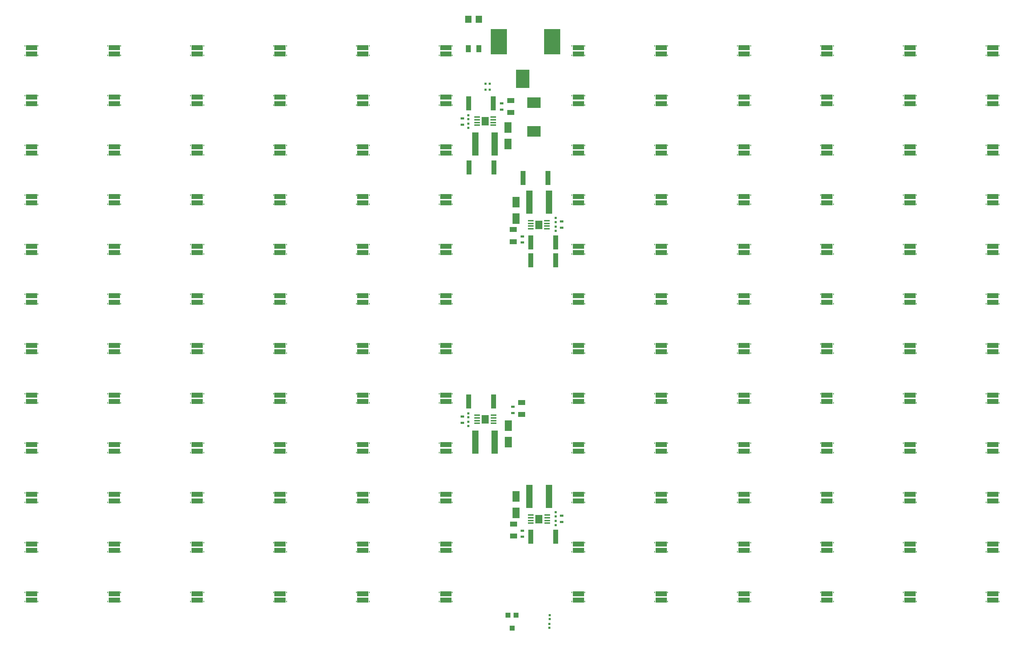
<source format=gtp>
%FSLAX25Y25*%
%MOIN*%
G70*
G01*
G75*
G04 Layer_Color=8421504*
%ADD10C,0.00591*%
%ADD11R,0.11024X0.04921*%
%ADD12R,0.01378X0.02165*%
%ADD13R,0.12992X0.17323*%
%ADD14R,0.15354X0.24410*%
%ADD15R,0.04724X0.07087*%
%ADD16R,0.05906X0.07087*%
%ADD17R,0.04724X0.04724*%
%ADD18R,0.04724X0.13386*%
%ADD19R,0.01969X0.02362*%
%ADD20R,0.06693X0.09843*%
%ADD21R,0.06890X0.04724*%
%ADD22R,0.03543X0.02362*%
%ADD23R,0.06693X0.07874*%
%ADD24R,0.05315X0.01772*%
%ADD25R,0.06299X0.22441*%
%ADD26R,0.02362X0.01969*%
%ADD27R,0.12992X0.09843*%
%ADD28C,0.01772*%
%ADD29C,0.00100*%
%ADD30C,0.15748*%
%ADD31C,0.07874*%
%ADD32C,0.00984*%
%ADD33C,0.00787*%
%ADD34C,0.01000*%
%ADD35R,0.10630X0.04528*%
%ADD36R,0.00984X0.01772*%
D13*
X10138Y233071D02*
D03*
D14*
X38091Y268307D02*
D03*
X-12697D02*
D03*
D15*
X-31594Y261910D02*
D03*
X-41437D02*
D03*
D16*
X-31594Y289862D02*
D03*
X-41437D02*
D03*
D17*
X-0Y-289567D02*
D03*
X-3937Y-277362D02*
D03*
X3937D02*
D03*
D18*
X10433Y138681D02*
D03*
X34055D02*
D03*
X-41361Y209679D02*
D03*
X-17739D02*
D03*
X17717Y77362D02*
D03*
X41339D02*
D03*
X-41335Y-73976D02*
D03*
X-17713D02*
D03*
X17739Y-202691D02*
D03*
X41361D02*
D03*
X-40748Y148819D02*
D03*
X-17126D02*
D03*
X17717Y60532D02*
D03*
X41339D02*
D03*
D19*
X-25197Y228445D02*
D03*
X-21260D02*
D03*
X-25197Y222638D02*
D03*
X-21260D02*
D03*
D20*
X3744Y-164157D02*
D03*
Y-179905D02*
D03*
X-3718Y-112509D02*
D03*
Y-96761D02*
D03*
X3721Y115895D02*
D03*
Y100147D02*
D03*
X-3744Y171146D02*
D03*
Y186894D02*
D03*
D21*
X1283Y-201840D02*
D03*
Y-190423D02*
D03*
X9274Y-74826D02*
D03*
Y-86243D02*
D03*
X1261Y78213D02*
D03*
Y89630D02*
D03*
X-1280Y212402D02*
D03*
Y200984D02*
D03*
D22*
X9865Y-202691D02*
D03*
Y-196785D02*
D03*
X47244Y-182579D02*
D03*
Y-188484D02*
D03*
X689Y-79035D02*
D03*
Y-84941D02*
D03*
X-47218Y-94087D02*
D03*
Y-88182D02*
D03*
X9843Y77362D02*
D03*
Y83268D02*
D03*
X47221Y97474D02*
D03*
Y91568D02*
D03*
X-9865Y209679D02*
D03*
Y203773D02*
D03*
X-47244Y189567D02*
D03*
Y195472D02*
D03*
D23*
X25518Y-185820D02*
D03*
X-25492Y-90846D02*
D03*
X25495Y94233D02*
D03*
X-25518Y192808D02*
D03*
D24*
X17742Y-181981D02*
D03*
Y-184540D02*
D03*
Y-187099D02*
D03*
Y-189658D02*
D03*
X33294Y-181981D02*
D03*
Y-184540D02*
D03*
Y-187099D02*
D03*
Y-189658D02*
D03*
X-17717Y-94685D02*
D03*
Y-92126D02*
D03*
Y-89567D02*
D03*
Y-87008D02*
D03*
X-33268Y-94685D02*
D03*
Y-92126D02*
D03*
Y-89567D02*
D03*
Y-87008D02*
D03*
X17720Y98072D02*
D03*
Y95513D02*
D03*
Y92953D02*
D03*
Y90395D02*
D03*
X33271Y98072D02*
D03*
Y95513D02*
D03*
Y92953D02*
D03*
Y90395D02*
D03*
X-17742Y188969D02*
D03*
Y191528D02*
D03*
Y194087D02*
D03*
Y196646D02*
D03*
X-33294Y188969D02*
D03*
Y191528D02*
D03*
Y194087D02*
D03*
Y196646D02*
D03*
D25*
X34967Y-164166D02*
D03*
X16463D02*
D03*
X-34941Y-112500D02*
D03*
X-16437D02*
D03*
X34944Y115887D02*
D03*
X16440D02*
D03*
X-34967Y171154D02*
D03*
X-16463D02*
D03*
D26*
X41444Y-179363D02*
D03*
Y-183300D02*
D03*
Y-187663D02*
D03*
Y-191600D02*
D03*
X-41418Y-97303D02*
D03*
Y-93366D02*
D03*
Y-89003D02*
D03*
Y-85066D02*
D03*
X41421Y100690D02*
D03*
Y96753D02*
D03*
Y92390D02*
D03*
Y88453D02*
D03*
X-41444Y186351D02*
D03*
Y190288D02*
D03*
Y194651D02*
D03*
Y198588D02*
D03*
X35531Y-289370D02*
D03*
Y-285433D02*
D03*
X35630Y-277067D02*
D03*
Y-281004D02*
D03*
D27*
X20768Y210433D02*
D03*
Y183268D02*
D03*
D35*
X456693Y-26673D02*
D03*
Y-20571D02*
D03*
X-456693Y-256791D02*
D03*
Y-262894D02*
D03*
X456693Y256791D02*
D03*
Y262894D02*
D03*
X-456693Y26673D02*
D03*
Y20571D02*
D03*
X456693Y-73917D02*
D03*
Y-67815D02*
D03*
X-456693Y-209547D02*
D03*
Y-215650D02*
D03*
X456693Y209547D02*
D03*
Y215650D02*
D03*
X-456693Y73917D02*
D03*
Y67815D02*
D03*
X456693Y-121161D02*
D03*
Y-115059D02*
D03*
X-456693Y-162303D02*
D03*
Y-168405D02*
D03*
X456693Y162303D02*
D03*
Y168405D02*
D03*
X-456693Y121161D02*
D03*
Y115059D02*
D03*
X456693Y-168405D02*
D03*
Y-162303D02*
D03*
X-456693Y-115059D02*
D03*
Y-121161D02*
D03*
X456693Y115059D02*
D03*
Y121161D02*
D03*
X-456693Y168405D02*
D03*
Y162303D02*
D03*
X456693Y-215650D02*
D03*
Y-209547D02*
D03*
X-456693Y-67815D02*
D03*
Y-73917D02*
D03*
X456693Y67815D02*
D03*
Y73917D02*
D03*
X-456693Y215650D02*
D03*
Y209547D02*
D03*
X456693Y-262894D02*
D03*
Y-256791D02*
D03*
X-456693Y-20571D02*
D03*
Y-26673D02*
D03*
X456693Y20571D02*
D03*
Y26673D02*
D03*
X-456693Y262894D02*
D03*
Y256791D02*
D03*
X377953Y-26673D02*
D03*
Y-20571D02*
D03*
X-377953Y-256791D02*
D03*
Y-262894D02*
D03*
X377953Y256791D02*
D03*
Y262894D02*
D03*
X-377953Y26673D02*
D03*
Y20571D02*
D03*
X377953Y-73917D02*
D03*
Y-67815D02*
D03*
X-377953Y-209547D02*
D03*
Y-215650D02*
D03*
X377953Y209547D02*
D03*
Y215650D02*
D03*
X-377953Y73917D02*
D03*
Y67815D02*
D03*
X377953Y-121161D02*
D03*
Y-115059D02*
D03*
X-377953Y-162303D02*
D03*
Y-168405D02*
D03*
X377953Y162303D02*
D03*
Y168405D02*
D03*
X-377953Y121161D02*
D03*
Y115059D02*
D03*
X377953Y-168405D02*
D03*
Y-162303D02*
D03*
X-377953Y-115059D02*
D03*
Y-121161D02*
D03*
X377953Y115059D02*
D03*
Y121161D02*
D03*
X-377953Y168405D02*
D03*
Y162303D02*
D03*
X377953Y-215650D02*
D03*
Y-209547D02*
D03*
X-377953Y-67815D02*
D03*
Y-73917D02*
D03*
X377953Y67815D02*
D03*
Y73917D02*
D03*
X-377953Y215650D02*
D03*
Y209547D02*
D03*
X377953Y-262894D02*
D03*
Y-256791D02*
D03*
X-377953Y-20571D02*
D03*
Y-26673D02*
D03*
X377953Y20571D02*
D03*
Y26673D02*
D03*
X-377953Y262894D02*
D03*
Y256791D02*
D03*
X299213Y-26673D02*
D03*
Y-20571D02*
D03*
X-299213Y-256791D02*
D03*
Y-262894D02*
D03*
X299213Y256791D02*
D03*
Y262894D02*
D03*
X-299213Y26673D02*
D03*
Y20571D02*
D03*
X299213Y-73917D02*
D03*
Y-67815D02*
D03*
X-299213Y-209547D02*
D03*
Y-215650D02*
D03*
X299213Y209547D02*
D03*
Y215650D02*
D03*
X-299213Y73917D02*
D03*
Y67815D02*
D03*
X299213Y-121161D02*
D03*
Y-115059D02*
D03*
X-299213Y-162303D02*
D03*
Y-168405D02*
D03*
X299213Y162303D02*
D03*
Y168405D02*
D03*
X-299213Y121161D02*
D03*
Y115059D02*
D03*
X299213Y-168405D02*
D03*
Y-162303D02*
D03*
X-299213Y-115059D02*
D03*
Y-121161D02*
D03*
X299213Y115059D02*
D03*
Y121161D02*
D03*
X-299213Y168405D02*
D03*
Y162303D02*
D03*
X299213Y-215650D02*
D03*
Y-209547D02*
D03*
X-299213Y-67815D02*
D03*
Y-73917D02*
D03*
X299213Y67815D02*
D03*
Y73917D02*
D03*
X-299213Y215650D02*
D03*
Y209547D02*
D03*
X299213Y-262894D02*
D03*
Y-256791D02*
D03*
X-299213Y-20571D02*
D03*
Y-26673D02*
D03*
X299213Y20571D02*
D03*
Y26673D02*
D03*
X-299213Y262894D02*
D03*
Y256791D02*
D03*
X220472Y-26673D02*
D03*
Y-20571D02*
D03*
X-220472Y-256791D02*
D03*
Y-262894D02*
D03*
X220472Y256791D02*
D03*
Y262894D02*
D03*
X-220472Y26673D02*
D03*
Y20571D02*
D03*
X220472Y-73917D02*
D03*
Y-67815D02*
D03*
X-220472Y-209547D02*
D03*
Y-215650D02*
D03*
X220472Y209547D02*
D03*
Y215650D02*
D03*
X-220472Y73917D02*
D03*
Y67815D02*
D03*
X220472Y-121161D02*
D03*
Y-115059D02*
D03*
X-220472Y-162303D02*
D03*
Y-168405D02*
D03*
X220472Y162303D02*
D03*
Y168405D02*
D03*
X-220472Y121161D02*
D03*
Y115059D02*
D03*
X220472Y-168405D02*
D03*
Y-162303D02*
D03*
X-220472Y-115059D02*
D03*
Y-121161D02*
D03*
X220472Y115059D02*
D03*
Y121161D02*
D03*
X-220472Y168405D02*
D03*
Y162303D02*
D03*
X220472Y-215650D02*
D03*
Y-209547D02*
D03*
X-220472Y-67815D02*
D03*
Y-73917D02*
D03*
X220472Y67815D02*
D03*
Y73917D02*
D03*
X-220472Y215650D02*
D03*
Y209547D02*
D03*
X220472Y-262894D02*
D03*
Y-256791D02*
D03*
X-220472Y-20571D02*
D03*
Y-26673D02*
D03*
X220472Y20571D02*
D03*
Y26673D02*
D03*
X-220472Y262894D02*
D03*
Y256791D02*
D03*
X141732Y-26673D02*
D03*
Y-20571D02*
D03*
X-141732Y-256791D02*
D03*
Y-262894D02*
D03*
X141732Y256791D02*
D03*
Y262894D02*
D03*
X-141732Y26673D02*
D03*
Y20571D02*
D03*
X141732Y-73917D02*
D03*
Y-67815D02*
D03*
X-141732Y-209547D02*
D03*
Y-215650D02*
D03*
X141732Y209547D02*
D03*
Y215650D02*
D03*
X-141732Y73917D02*
D03*
Y67815D02*
D03*
X141732Y-121161D02*
D03*
Y-115059D02*
D03*
X-141732Y-162303D02*
D03*
Y-168405D02*
D03*
X141732Y162303D02*
D03*
Y168405D02*
D03*
X-141732Y121161D02*
D03*
Y115059D02*
D03*
X141732Y-168405D02*
D03*
Y-162303D02*
D03*
X-141732Y-115059D02*
D03*
Y-121161D02*
D03*
X141732Y115059D02*
D03*
Y121161D02*
D03*
X-141732Y168405D02*
D03*
Y162303D02*
D03*
X141732Y-215650D02*
D03*
Y-209547D02*
D03*
X-141732Y-67815D02*
D03*
Y-73917D02*
D03*
X141732Y67815D02*
D03*
Y73917D02*
D03*
X-141732Y215650D02*
D03*
Y209547D02*
D03*
X141732Y-262894D02*
D03*
Y-256791D02*
D03*
X-141732Y-20571D02*
D03*
Y-26673D02*
D03*
X141732Y20571D02*
D03*
Y26673D02*
D03*
X-141732Y262894D02*
D03*
Y256791D02*
D03*
X62992Y-26673D02*
D03*
Y-20571D02*
D03*
X-62992Y-256791D02*
D03*
Y-262894D02*
D03*
X62992Y256791D02*
D03*
Y262894D02*
D03*
X-62992Y26673D02*
D03*
Y20571D02*
D03*
X62992Y-73917D02*
D03*
Y-67815D02*
D03*
X-62992Y-209547D02*
D03*
Y-215650D02*
D03*
X62992Y209547D02*
D03*
Y215650D02*
D03*
X-62992Y73917D02*
D03*
Y67815D02*
D03*
X62992Y-121161D02*
D03*
Y-115059D02*
D03*
X-62992Y-162303D02*
D03*
Y-168405D02*
D03*
X62992Y162303D02*
D03*
Y168405D02*
D03*
X-62992Y121161D02*
D03*
Y115059D02*
D03*
X62992Y-168405D02*
D03*
Y-162303D02*
D03*
X-62992Y-115059D02*
D03*
Y-121161D02*
D03*
X62992Y115059D02*
D03*
Y121161D02*
D03*
X-62992Y168405D02*
D03*
Y162303D02*
D03*
X62992Y-215650D02*
D03*
Y-209547D02*
D03*
X-62992Y-67815D02*
D03*
Y-73917D02*
D03*
X62992Y67815D02*
D03*
Y73917D02*
D03*
X-62992Y215650D02*
D03*
Y209547D02*
D03*
X62992Y-262894D02*
D03*
Y-256791D02*
D03*
X-62992Y-20571D02*
D03*
Y-26673D02*
D03*
X62992Y20571D02*
D03*
Y26673D02*
D03*
X-62992Y262894D02*
D03*
Y256791D02*
D03*
D36*
X462894Y-28051D02*
D03*
X450492D02*
D03*
X462894Y-19193D02*
D03*
X450492D02*
D03*
X-462894Y-255413D02*
D03*
X-450492D02*
D03*
X-462894Y-264272D02*
D03*
X-450492D02*
D03*
X462894Y255413D02*
D03*
X450492D02*
D03*
X462894Y264272D02*
D03*
X450492D02*
D03*
X-462894Y28051D02*
D03*
X-450492D02*
D03*
X-462894Y19193D02*
D03*
X-450492D02*
D03*
X462894Y-75295D02*
D03*
X450492D02*
D03*
X462894Y-66437D02*
D03*
X450492D02*
D03*
X-462894Y-208169D02*
D03*
X-450492D02*
D03*
X-462894Y-217027D02*
D03*
X-450492D02*
D03*
X462894Y208169D02*
D03*
X450492D02*
D03*
X462894Y217027D02*
D03*
X450492D02*
D03*
X-462894Y75295D02*
D03*
X-450492D02*
D03*
X-462894Y66437D02*
D03*
X-450492D02*
D03*
X462894Y-122539D02*
D03*
X450492D02*
D03*
X462894Y-113681D02*
D03*
X450492D02*
D03*
X-462894Y-160925D02*
D03*
X-450492D02*
D03*
X-462894Y-169783D02*
D03*
X-450492D02*
D03*
X462894Y160925D02*
D03*
X450492D02*
D03*
X462894Y169783D02*
D03*
X450492D02*
D03*
X-462894Y122539D02*
D03*
X-450492D02*
D03*
X-462894Y113681D02*
D03*
X-450492D02*
D03*
X462894Y-169783D02*
D03*
X450492D02*
D03*
X462894Y-160925D02*
D03*
X450492D02*
D03*
X-462894Y-113681D02*
D03*
X-450492D02*
D03*
X-462894Y-122539D02*
D03*
X-450492D02*
D03*
X462894Y113681D02*
D03*
X450492D02*
D03*
X462894Y122539D02*
D03*
X450492D02*
D03*
X-462894Y169783D02*
D03*
X-450492D02*
D03*
X-462894Y160925D02*
D03*
X-450492D02*
D03*
X462894Y-217028D02*
D03*
X450492D02*
D03*
X462894Y-208169D02*
D03*
X450492D02*
D03*
X-462894Y-66437D02*
D03*
X-450492D02*
D03*
X-462894Y-75295D02*
D03*
X-450492D02*
D03*
X462894Y66437D02*
D03*
X450492D02*
D03*
X462894Y75295D02*
D03*
X450492D02*
D03*
X-462894Y217028D02*
D03*
X-450492D02*
D03*
X-462894Y208169D02*
D03*
X-450492D02*
D03*
X462894Y-264272D02*
D03*
X450492D02*
D03*
X462894Y-255413D02*
D03*
X450492D02*
D03*
X-462894Y-19193D02*
D03*
X-450492D02*
D03*
X-462894Y-28051D02*
D03*
X-450492D02*
D03*
X462894Y19193D02*
D03*
X450492D02*
D03*
X462894Y28051D02*
D03*
X450492D02*
D03*
X-462894Y264272D02*
D03*
X-450492D02*
D03*
X-462894Y255413D02*
D03*
X-450492D02*
D03*
X384154Y-28051D02*
D03*
X371752D02*
D03*
X384154Y-19193D02*
D03*
X371752D02*
D03*
X-384154Y-255413D02*
D03*
X-371752D02*
D03*
X-384154Y-264272D02*
D03*
X-371752D02*
D03*
X384154Y255413D02*
D03*
X371752D02*
D03*
X384154Y264272D02*
D03*
X371752D02*
D03*
X-384154Y28051D02*
D03*
X-371752D02*
D03*
X-384154Y19193D02*
D03*
X-371752D02*
D03*
X384154Y-75295D02*
D03*
X371752D02*
D03*
X384154Y-66437D02*
D03*
X371752D02*
D03*
X-384154Y-208169D02*
D03*
X-371752D02*
D03*
X-384154Y-217027D02*
D03*
X-371752D02*
D03*
X384154Y208169D02*
D03*
X371752D02*
D03*
X384154Y217027D02*
D03*
X371752D02*
D03*
X-384154Y75295D02*
D03*
X-371752D02*
D03*
X-384154Y66437D02*
D03*
X-371752D02*
D03*
X384154Y-122539D02*
D03*
X371752D02*
D03*
X384154Y-113681D02*
D03*
X371752D02*
D03*
X-384154Y-160925D02*
D03*
X-371752D02*
D03*
X-384154Y-169783D02*
D03*
X-371752D02*
D03*
X384154Y160925D02*
D03*
X371752D02*
D03*
X384154Y169783D02*
D03*
X371752D02*
D03*
X-384154Y122539D02*
D03*
X-371752D02*
D03*
X-384154Y113681D02*
D03*
X-371752D02*
D03*
X384154Y-169783D02*
D03*
X371752D02*
D03*
X384154Y-160925D02*
D03*
X371752D02*
D03*
X-384154Y-113681D02*
D03*
X-371752D02*
D03*
X-384154Y-122539D02*
D03*
X-371752D02*
D03*
X384154Y113681D02*
D03*
X371752D02*
D03*
X384154Y122539D02*
D03*
X371752D02*
D03*
X-384154Y169783D02*
D03*
X-371752D02*
D03*
X-384154Y160925D02*
D03*
X-371752D02*
D03*
X384154Y-217028D02*
D03*
X371752D02*
D03*
X384154Y-208169D02*
D03*
X371752D02*
D03*
X-384154Y-66437D02*
D03*
X-371752D02*
D03*
X-384154Y-75295D02*
D03*
X-371752D02*
D03*
X384154Y66437D02*
D03*
X371752D02*
D03*
X384154Y75295D02*
D03*
X371752D02*
D03*
X-384154Y217028D02*
D03*
X-371752D02*
D03*
X-384154Y208169D02*
D03*
X-371752D02*
D03*
X384154Y-264272D02*
D03*
X371752D02*
D03*
X384154Y-255413D02*
D03*
X371752D02*
D03*
X-384154Y-19193D02*
D03*
X-371752D02*
D03*
X-384154Y-28051D02*
D03*
X-371752D02*
D03*
X384154Y19193D02*
D03*
X371752D02*
D03*
X384154Y28051D02*
D03*
X371752D02*
D03*
X-384154Y264272D02*
D03*
X-371752D02*
D03*
X-384154Y255413D02*
D03*
X-371752D02*
D03*
X305413Y-28051D02*
D03*
X293012D02*
D03*
X305413Y-19193D02*
D03*
X293012D02*
D03*
X-305413Y-255413D02*
D03*
X-293012D02*
D03*
X-305413Y-264272D02*
D03*
X-293012D02*
D03*
X305413Y255413D02*
D03*
X293012D02*
D03*
X305413Y264272D02*
D03*
X293012D02*
D03*
X-305413Y28051D02*
D03*
X-293012D02*
D03*
X-305413Y19193D02*
D03*
X-293012D02*
D03*
X305413Y-75295D02*
D03*
X293012D02*
D03*
X305413Y-66437D02*
D03*
X293012D02*
D03*
X-305413Y-208169D02*
D03*
X-293012D02*
D03*
X-305413Y-217027D02*
D03*
X-293012D02*
D03*
X305413Y208169D02*
D03*
X293012D02*
D03*
X305413Y217027D02*
D03*
X293012D02*
D03*
X-305413Y75295D02*
D03*
X-293012D02*
D03*
X-305413Y66437D02*
D03*
X-293012D02*
D03*
X305413Y-122539D02*
D03*
X293012D02*
D03*
X305413Y-113681D02*
D03*
X293012D02*
D03*
X-305413Y-160925D02*
D03*
X-293012D02*
D03*
X-305413Y-169783D02*
D03*
X-293012D02*
D03*
X305413Y160925D02*
D03*
X293012D02*
D03*
X305413Y169783D02*
D03*
X293012D02*
D03*
X-305413Y122539D02*
D03*
X-293012D02*
D03*
X-305413Y113681D02*
D03*
X-293012D02*
D03*
X305413Y-169783D02*
D03*
X293012D02*
D03*
X305413Y-160925D02*
D03*
X293012D02*
D03*
X-305413Y-113681D02*
D03*
X-293012D02*
D03*
X-305413Y-122539D02*
D03*
X-293012D02*
D03*
X305413Y113681D02*
D03*
X293012D02*
D03*
X305413Y122539D02*
D03*
X293012D02*
D03*
X-305413Y169783D02*
D03*
X-293012D02*
D03*
X-305413Y160925D02*
D03*
X-293012D02*
D03*
X305413Y-217028D02*
D03*
X293012D02*
D03*
X305413Y-208169D02*
D03*
X293012D02*
D03*
X-305413Y-66437D02*
D03*
X-293012D02*
D03*
X-305413Y-75295D02*
D03*
X-293012D02*
D03*
X305413Y66437D02*
D03*
X293012D02*
D03*
X305413Y75295D02*
D03*
X293012D02*
D03*
X-305413Y217028D02*
D03*
X-293012D02*
D03*
X-305413Y208169D02*
D03*
X-293012D02*
D03*
X305413Y-264272D02*
D03*
X293012D02*
D03*
X305413Y-255413D02*
D03*
X293012D02*
D03*
X-305413Y-19193D02*
D03*
X-293012D02*
D03*
X-305413Y-28051D02*
D03*
X-293012D02*
D03*
X305413Y19193D02*
D03*
X293012D02*
D03*
X305413Y28051D02*
D03*
X293012D02*
D03*
X-305413Y264272D02*
D03*
X-293012D02*
D03*
X-305413Y255413D02*
D03*
X-293012D02*
D03*
X226673Y-28051D02*
D03*
X214272D02*
D03*
X226673Y-19193D02*
D03*
X214272D02*
D03*
X-226673Y-255413D02*
D03*
X-214272D02*
D03*
X-226673Y-264272D02*
D03*
X-214272D02*
D03*
X226673Y255413D02*
D03*
X214272D02*
D03*
X226673Y264272D02*
D03*
X214272D02*
D03*
X-226673Y28051D02*
D03*
X-214272D02*
D03*
X-226673Y19193D02*
D03*
X-214272D02*
D03*
X226673Y-75295D02*
D03*
X214272D02*
D03*
X226673Y-66437D02*
D03*
X214272D02*
D03*
X-226673Y-208169D02*
D03*
X-214272D02*
D03*
X-226673Y-217027D02*
D03*
X-214272D02*
D03*
X226673Y208169D02*
D03*
X214272D02*
D03*
X226673Y217027D02*
D03*
X214272D02*
D03*
X-226673Y75295D02*
D03*
X-214272D02*
D03*
X-226673Y66437D02*
D03*
X-214272D02*
D03*
X226673Y-122539D02*
D03*
X214272D02*
D03*
X226673Y-113681D02*
D03*
X214272D02*
D03*
X-226673Y-160925D02*
D03*
X-214272D02*
D03*
X-226673Y-169783D02*
D03*
X-214272D02*
D03*
X226673Y160925D02*
D03*
X214272D02*
D03*
X226673Y169783D02*
D03*
X214272D02*
D03*
X-226673Y122539D02*
D03*
X-214272D02*
D03*
X-226673Y113681D02*
D03*
X-214272D02*
D03*
X226673Y-169783D02*
D03*
X214272D02*
D03*
X226673Y-160925D02*
D03*
X214272D02*
D03*
X-226673Y-113681D02*
D03*
X-214272D02*
D03*
X-226673Y-122539D02*
D03*
X-214272D02*
D03*
X226673Y113681D02*
D03*
X214272D02*
D03*
X226673Y122539D02*
D03*
X214272D02*
D03*
X-226673Y169783D02*
D03*
X-214272D02*
D03*
X-226673Y160925D02*
D03*
X-214272D02*
D03*
X226673Y-217028D02*
D03*
X214272D02*
D03*
X226673Y-208169D02*
D03*
X214272D02*
D03*
X-226673Y-66437D02*
D03*
X-214272D02*
D03*
X-226673Y-75295D02*
D03*
X-214272D02*
D03*
X226673Y66437D02*
D03*
X214272D02*
D03*
X226673Y75295D02*
D03*
X214272D02*
D03*
X-226673Y217028D02*
D03*
X-214272D02*
D03*
X-226673Y208169D02*
D03*
X-214272D02*
D03*
X226673Y-264272D02*
D03*
X214272D02*
D03*
X226673Y-255413D02*
D03*
X214272D02*
D03*
X-226673Y-19193D02*
D03*
X-214272D02*
D03*
X-226673Y-28051D02*
D03*
X-214272D02*
D03*
X226673Y19193D02*
D03*
X214272D02*
D03*
X226673Y28051D02*
D03*
X214272D02*
D03*
X-226673Y264272D02*
D03*
X-214272D02*
D03*
X-226673Y255413D02*
D03*
X-214272D02*
D03*
X147933Y-28051D02*
D03*
X135531D02*
D03*
X147933Y-19193D02*
D03*
X135531D02*
D03*
X-147933Y-255413D02*
D03*
X-135531D02*
D03*
X-147933Y-264272D02*
D03*
X-135531D02*
D03*
X147933Y255413D02*
D03*
X135531D02*
D03*
X147933Y264272D02*
D03*
X135531D02*
D03*
X-147933Y28051D02*
D03*
X-135531D02*
D03*
X-147933Y19193D02*
D03*
X-135531D02*
D03*
X147933Y-75295D02*
D03*
X135531D02*
D03*
X147933Y-66437D02*
D03*
X135531D02*
D03*
X-147933Y-208169D02*
D03*
X-135531D02*
D03*
X-147933Y-217027D02*
D03*
X-135531D02*
D03*
X147933Y208169D02*
D03*
X135531D02*
D03*
X147933Y217027D02*
D03*
X135531D02*
D03*
X-147933Y75295D02*
D03*
X-135531D02*
D03*
X-147933Y66437D02*
D03*
X-135531D02*
D03*
X147933Y-122539D02*
D03*
X135531D02*
D03*
X147933Y-113681D02*
D03*
X135531D02*
D03*
X-147933Y-160925D02*
D03*
X-135531D02*
D03*
X-147933Y-169783D02*
D03*
X-135531D02*
D03*
X147933Y160925D02*
D03*
X135531D02*
D03*
X147933Y169783D02*
D03*
X135531D02*
D03*
X-147933Y122539D02*
D03*
X-135531D02*
D03*
X-147933Y113681D02*
D03*
X-135531D02*
D03*
X147933Y-169783D02*
D03*
X135531D02*
D03*
X147933Y-160925D02*
D03*
X135531D02*
D03*
X-147933Y-113681D02*
D03*
X-135531D02*
D03*
X-147933Y-122539D02*
D03*
X-135531D02*
D03*
X147933Y113681D02*
D03*
X135531D02*
D03*
X147933Y122539D02*
D03*
X135531D02*
D03*
X-147933Y169783D02*
D03*
X-135531D02*
D03*
X-147933Y160925D02*
D03*
X-135531D02*
D03*
X147933Y-217028D02*
D03*
X135531D02*
D03*
X147933Y-208169D02*
D03*
X135531D02*
D03*
X-147933Y-66437D02*
D03*
X-135531D02*
D03*
X-147933Y-75295D02*
D03*
X-135531D02*
D03*
X147933Y66437D02*
D03*
X135531D02*
D03*
X147933Y75295D02*
D03*
X135531D02*
D03*
X-147933Y217028D02*
D03*
X-135531D02*
D03*
X-147933Y208169D02*
D03*
X-135531D02*
D03*
X147933Y-264272D02*
D03*
X135531D02*
D03*
X147933Y-255413D02*
D03*
X135531D02*
D03*
X-147933Y-19193D02*
D03*
X-135531D02*
D03*
X-147933Y-28051D02*
D03*
X-135531D02*
D03*
X147933Y19193D02*
D03*
X135531D02*
D03*
X147933Y28051D02*
D03*
X135531D02*
D03*
X-147933Y264272D02*
D03*
X-135531D02*
D03*
X-147933Y255413D02*
D03*
X-135531D02*
D03*
X69193Y-28051D02*
D03*
X56791D02*
D03*
X69193Y-19193D02*
D03*
X56791D02*
D03*
X-69193Y-255413D02*
D03*
X-56791D02*
D03*
X-69193Y-264272D02*
D03*
X-56791D02*
D03*
X69193Y255413D02*
D03*
X56791D02*
D03*
X69193Y264272D02*
D03*
X56791D02*
D03*
X-69193Y28051D02*
D03*
X-56791D02*
D03*
X-69193Y19193D02*
D03*
X-56791D02*
D03*
X69193Y-75295D02*
D03*
X56791D02*
D03*
X69193Y-66437D02*
D03*
X56791D02*
D03*
X-69193Y-208169D02*
D03*
X-56791D02*
D03*
X-69193Y-217027D02*
D03*
X-56791D02*
D03*
X69193Y208169D02*
D03*
X56791D02*
D03*
X69193Y217027D02*
D03*
X56791D02*
D03*
X-69193Y75295D02*
D03*
X-56791D02*
D03*
X-69193Y66437D02*
D03*
X-56791D02*
D03*
X69193Y-122539D02*
D03*
X56791D02*
D03*
X69193Y-113681D02*
D03*
X56791D02*
D03*
X-69193Y-160925D02*
D03*
X-56791D02*
D03*
X-69193Y-169783D02*
D03*
X-56791D02*
D03*
X69193Y160925D02*
D03*
X56791D02*
D03*
X69193Y169783D02*
D03*
X56791D02*
D03*
X-69193Y122539D02*
D03*
X-56791D02*
D03*
X-69193Y113681D02*
D03*
X-56791D02*
D03*
X69193Y-169783D02*
D03*
X56791D02*
D03*
X69193Y-160925D02*
D03*
X56791D02*
D03*
X-69193Y-113681D02*
D03*
X-56791D02*
D03*
X-69193Y-122539D02*
D03*
X-56791D02*
D03*
X69193Y113681D02*
D03*
X56791D02*
D03*
X69193Y122539D02*
D03*
X56791D02*
D03*
X-69193Y169783D02*
D03*
X-56791D02*
D03*
X-69193Y160925D02*
D03*
X-56791D02*
D03*
X69193Y-217028D02*
D03*
X56791D02*
D03*
X69193Y-208169D02*
D03*
X56791D02*
D03*
X-69193Y-66437D02*
D03*
X-56791D02*
D03*
X-69193Y-75295D02*
D03*
X-56791D02*
D03*
X69193Y66437D02*
D03*
X56791D02*
D03*
X69193Y75295D02*
D03*
X56791D02*
D03*
X-69193Y217028D02*
D03*
X-56791D02*
D03*
X-69193Y208169D02*
D03*
X-56791D02*
D03*
X69193Y-264272D02*
D03*
X56791D02*
D03*
X69193Y-255413D02*
D03*
X56791D02*
D03*
X-69193Y-19193D02*
D03*
X-56791D02*
D03*
X-69193Y-28051D02*
D03*
X-56791D02*
D03*
X69193Y19193D02*
D03*
X56791D02*
D03*
X69193Y28051D02*
D03*
X56791D02*
D03*
X-69193Y264272D02*
D03*
X-56791D02*
D03*
X-69193Y255413D02*
D03*
X-56791D02*
D03*
M02*

</source>
